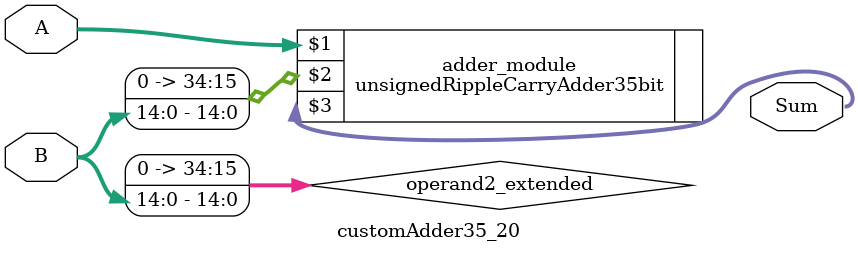
<source format=v>
module customAdder35_20(
                        input [34 : 0] A,
                        input [14 : 0] B,
                        
                        output [35 : 0] Sum
                );

        wire [34 : 0] operand2_extended;
        
        assign operand2_extended =  {20'b0, B};
        
        unsignedRippleCarryAdder35bit adder_module(
            A,
            operand2_extended,
            Sum
        );
        
        endmodule
        
</source>
